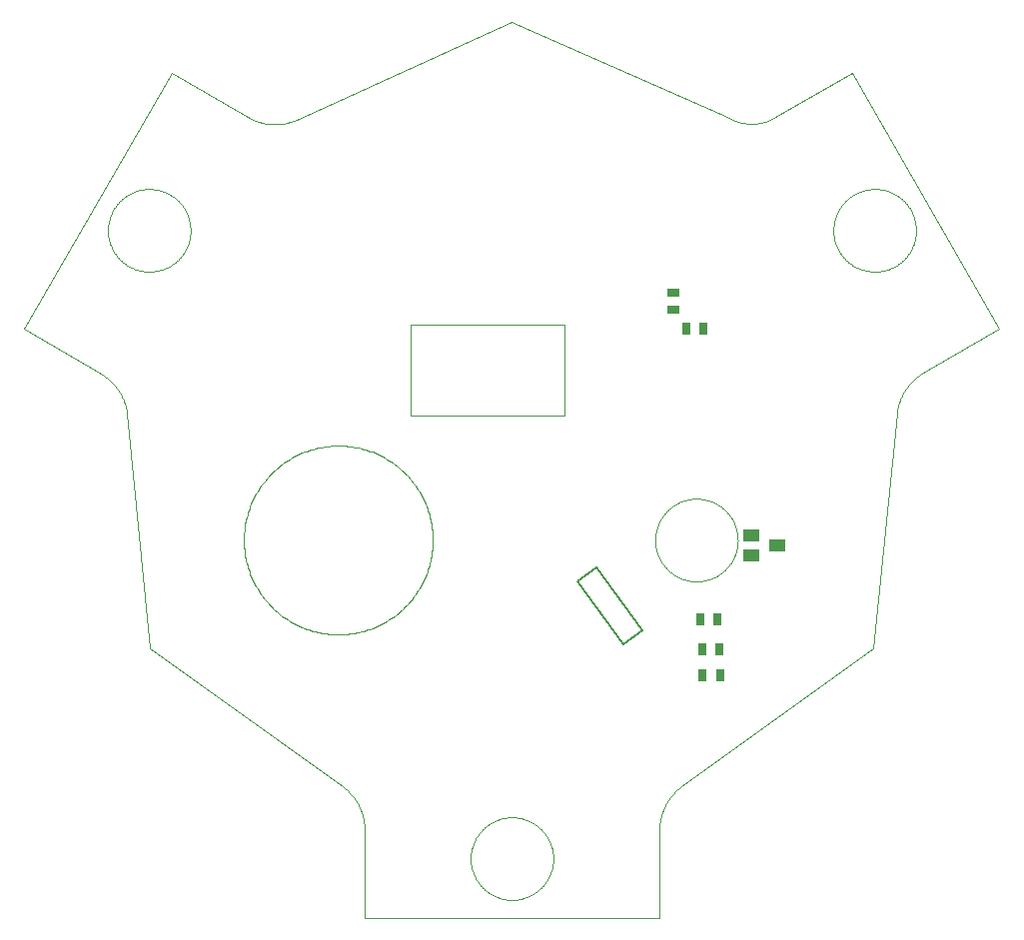
<source format=gbp>
G75*
%MOIN*%
%OFA0B0*%
%FSLAX25Y25*%
%IPPOS*%
%LPD*%
%AMOC8*
5,1,8,0,0,1.08239X$1,22.5*
%
%ADD10C,0.00000*%
%ADD11C,0.00000*%
%ADD12R,0.03937X0.03150*%
%ADD13R,0.03150X0.03937*%
%ADD14C,0.00500*%
%ADD15R,0.05512X0.03937*%
D10*
X0045299Y0091364D02*
X0109355Y0045419D01*
X0116756Y0031009D02*
X0116756Y0001600D01*
X0215181Y0001600D01*
X0215181Y0031009D01*
X0222583Y0045419D02*
X0286638Y0091364D01*
X0294394Y0169828D01*
X0303173Y0183450D02*
X0328646Y0198135D01*
X0279433Y0283411D01*
X0253961Y0268687D01*
X0253618Y0268494D01*
X0253271Y0268310D01*
X0252919Y0268134D01*
X0252563Y0267967D01*
X0252203Y0267809D01*
X0251840Y0267660D01*
X0251473Y0267519D01*
X0251102Y0267387D01*
X0250729Y0267265D01*
X0250352Y0267152D01*
X0249973Y0267047D01*
X0249592Y0266953D01*
X0249208Y0266867D01*
X0248822Y0266791D01*
X0248435Y0266724D01*
X0248046Y0266667D01*
X0247656Y0266619D01*
X0247264Y0266581D01*
X0246872Y0266552D01*
X0246480Y0266533D01*
X0246087Y0266523D01*
X0245693Y0266523D01*
X0245300Y0266533D01*
X0244908Y0266552D01*
X0244516Y0266581D01*
X0244124Y0266619D01*
X0243734Y0266667D01*
X0243345Y0266724D01*
X0242958Y0266791D01*
X0242572Y0266867D01*
X0242188Y0266953D01*
X0241807Y0267047D01*
X0241428Y0267152D01*
X0241051Y0267265D01*
X0240678Y0267387D01*
X0240307Y0267519D01*
X0239940Y0267660D01*
X0239577Y0267809D01*
X0239217Y0267967D01*
X0238861Y0268134D01*
X0238509Y0268310D01*
X0238162Y0268494D01*
X0237819Y0268687D01*
X0165969Y0300380D01*
X0094118Y0267899D01*
X0077977Y0268687D02*
X0052504Y0283411D01*
X0003292Y0198135D01*
X0028764Y0183175D01*
X0037543Y0169828D02*
X0045299Y0091364D01*
X0109354Y0045419D02*
X0109702Y0045163D01*
X0110043Y0044899D01*
X0110377Y0044627D01*
X0110705Y0044347D01*
X0111026Y0044058D01*
X0111340Y0043762D01*
X0111647Y0043459D01*
X0111946Y0043148D01*
X0112237Y0042830D01*
X0112521Y0042505D01*
X0112797Y0042174D01*
X0113064Y0041835D01*
X0113323Y0041491D01*
X0113574Y0041140D01*
X0113816Y0040783D01*
X0114050Y0040420D01*
X0114274Y0040052D01*
X0114490Y0039678D01*
X0114696Y0039299D01*
X0114893Y0038915D01*
X0115081Y0038527D01*
X0115259Y0038134D01*
X0115428Y0037737D01*
X0115586Y0037336D01*
X0115736Y0036932D01*
X0115875Y0036523D01*
X0116004Y0036112D01*
X0116123Y0035697D01*
X0116232Y0035280D01*
X0116331Y0034860D01*
X0116420Y0034438D01*
X0116498Y0034014D01*
X0116566Y0033588D01*
X0116624Y0033161D01*
X0116671Y0032732D01*
X0116708Y0032302D01*
X0116735Y0031872D01*
X0116751Y0031440D01*
X0116756Y0031009D01*
X0215181Y0031009D02*
X0215186Y0031440D01*
X0215202Y0031871D01*
X0215228Y0032302D01*
X0215265Y0032732D01*
X0215312Y0033161D01*
X0215370Y0033588D01*
X0215438Y0034014D01*
X0215516Y0034438D01*
X0215604Y0034860D01*
X0215703Y0035280D01*
X0215812Y0035698D01*
X0215931Y0036112D01*
X0216061Y0036524D01*
X0216200Y0036932D01*
X0216349Y0037337D01*
X0216508Y0037738D01*
X0216676Y0038135D01*
X0216855Y0038528D01*
X0217042Y0038916D01*
X0217239Y0039300D01*
X0217446Y0039679D01*
X0217661Y0040052D01*
X0217886Y0040421D01*
X0218119Y0040783D01*
X0218361Y0041140D01*
X0218612Y0041491D01*
X0218872Y0041836D01*
X0219139Y0042174D01*
X0219415Y0042506D01*
X0219699Y0042831D01*
X0219990Y0043149D01*
X0220289Y0043460D01*
X0220596Y0043763D01*
X0220910Y0044059D01*
X0221231Y0044347D01*
X0221559Y0044627D01*
X0221894Y0044899D01*
X0222235Y0045163D01*
X0222583Y0045418D01*
X0294394Y0169828D02*
X0294442Y0170257D01*
X0294500Y0170685D01*
X0294568Y0171111D01*
X0294647Y0171535D01*
X0294736Y0171957D01*
X0294835Y0172377D01*
X0294945Y0172795D01*
X0295064Y0173209D01*
X0295194Y0173621D01*
X0295334Y0174029D01*
X0295483Y0174434D01*
X0295642Y0174835D01*
X0295811Y0175232D01*
X0295990Y0175625D01*
X0296178Y0176013D01*
X0296376Y0176397D01*
X0296582Y0176776D01*
X0296798Y0177149D01*
X0297023Y0177517D01*
X0297257Y0177880D01*
X0297499Y0178237D01*
X0297750Y0178588D01*
X0298010Y0178933D01*
X0298278Y0179271D01*
X0298554Y0179603D01*
X0298838Y0179928D01*
X0299130Y0180245D01*
X0299429Y0180556D01*
X0299736Y0180859D01*
X0300050Y0181155D01*
X0300371Y0181443D01*
X0300700Y0181723D01*
X0301035Y0181996D01*
X0301376Y0182259D01*
X0301724Y0182515D01*
X0302078Y0182762D01*
X0302437Y0183000D01*
X0302803Y0183230D01*
X0303174Y0183450D01*
X0094118Y0267899D02*
X0093724Y0267726D01*
X0093326Y0267564D01*
X0092924Y0267410D01*
X0092518Y0267267D01*
X0092109Y0267134D01*
X0091697Y0267010D01*
X0091282Y0266897D01*
X0090864Y0266793D01*
X0090444Y0266700D01*
X0090022Y0266617D01*
X0089598Y0266545D01*
X0089172Y0266482D01*
X0088745Y0266430D01*
X0088317Y0266389D01*
X0087888Y0266357D01*
X0087458Y0266337D01*
X0087028Y0266326D01*
X0086597Y0266326D01*
X0086167Y0266337D01*
X0085737Y0266358D01*
X0085308Y0266389D01*
X0084880Y0266431D01*
X0084453Y0266483D01*
X0084027Y0266546D01*
X0083603Y0266619D01*
X0083181Y0266702D01*
X0082761Y0266795D01*
X0082344Y0266898D01*
X0081929Y0267012D01*
X0081516Y0267136D01*
X0081107Y0267269D01*
X0080702Y0267413D01*
X0080300Y0267566D01*
X0079902Y0267729D01*
X0079507Y0267902D01*
X0079118Y0268084D01*
X0078732Y0268275D01*
X0078352Y0268476D01*
X0077976Y0268686D01*
X0028764Y0183174D02*
X0029137Y0182949D01*
X0029504Y0182715D01*
X0029865Y0182473D01*
X0030221Y0182221D01*
X0030570Y0181961D01*
X0030913Y0181693D01*
X0031250Y0181417D01*
X0031580Y0181132D01*
X0031902Y0180840D01*
X0032218Y0180540D01*
X0032526Y0180233D01*
X0032827Y0179918D01*
X0033120Y0179596D01*
X0033406Y0179267D01*
X0033683Y0178931D01*
X0033952Y0178589D01*
X0034213Y0178240D01*
X0034465Y0177885D01*
X0034709Y0177524D01*
X0034944Y0177158D01*
X0035170Y0176785D01*
X0035387Y0176408D01*
X0035594Y0176025D01*
X0035793Y0175638D01*
X0035982Y0175245D01*
X0036162Y0174849D01*
X0036332Y0174448D01*
X0036492Y0174043D01*
X0036642Y0173634D01*
X0036783Y0173222D01*
X0036914Y0172807D01*
X0037034Y0172388D01*
X0037145Y0171967D01*
X0037245Y0171543D01*
X0037335Y0171117D01*
X0037415Y0170689D01*
X0037484Y0170259D01*
X0037543Y0169828D01*
D11*
X0031157Y0230931D02*
X0031161Y0231269D01*
X0031174Y0231607D01*
X0031194Y0231945D01*
X0031223Y0232282D01*
X0031261Y0232618D01*
X0031306Y0232953D01*
X0031360Y0233287D01*
X0031422Y0233619D01*
X0031492Y0233950D01*
X0031570Y0234279D01*
X0031656Y0234606D01*
X0031750Y0234931D01*
X0031853Y0235254D01*
X0031963Y0235573D01*
X0032080Y0235890D01*
X0032206Y0236204D01*
X0032339Y0236515D01*
X0032480Y0236823D01*
X0032628Y0237127D01*
X0032784Y0237427D01*
X0032947Y0237723D01*
X0033117Y0238015D01*
X0033295Y0238303D01*
X0033479Y0238587D01*
X0033671Y0238866D01*
X0033869Y0239140D01*
X0034074Y0239409D01*
X0034285Y0239673D01*
X0034503Y0239932D01*
X0034727Y0240185D01*
X0034957Y0240433D01*
X0035193Y0240675D01*
X0035435Y0240911D01*
X0035683Y0241141D01*
X0035936Y0241365D01*
X0036195Y0241583D01*
X0036459Y0241794D01*
X0036728Y0241999D01*
X0037002Y0242197D01*
X0037281Y0242389D01*
X0037565Y0242573D01*
X0037853Y0242751D01*
X0038145Y0242921D01*
X0038441Y0243084D01*
X0038741Y0243240D01*
X0039045Y0243388D01*
X0039353Y0243529D01*
X0039664Y0243662D01*
X0039978Y0243788D01*
X0040295Y0243905D01*
X0040614Y0244015D01*
X0040937Y0244118D01*
X0041262Y0244212D01*
X0041589Y0244298D01*
X0041918Y0244376D01*
X0042249Y0244446D01*
X0042581Y0244508D01*
X0042915Y0244562D01*
X0043250Y0244607D01*
X0043586Y0244645D01*
X0043923Y0244674D01*
X0044261Y0244694D01*
X0044599Y0244707D01*
X0044937Y0244711D01*
X0045275Y0244707D01*
X0045613Y0244694D01*
X0045951Y0244674D01*
X0046288Y0244645D01*
X0046624Y0244607D01*
X0046959Y0244562D01*
X0047293Y0244508D01*
X0047625Y0244446D01*
X0047956Y0244376D01*
X0048285Y0244298D01*
X0048612Y0244212D01*
X0048937Y0244118D01*
X0049260Y0244015D01*
X0049579Y0243905D01*
X0049896Y0243788D01*
X0050210Y0243662D01*
X0050521Y0243529D01*
X0050829Y0243388D01*
X0051133Y0243240D01*
X0051433Y0243084D01*
X0051729Y0242921D01*
X0052021Y0242751D01*
X0052309Y0242573D01*
X0052593Y0242389D01*
X0052872Y0242197D01*
X0053146Y0241999D01*
X0053415Y0241794D01*
X0053679Y0241583D01*
X0053938Y0241365D01*
X0054191Y0241141D01*
X0054439Y0240911D01*
X0054681Y0240675D01*
X0054917Y0240433D01*
X0055147Y0240185D01*
X0055371Y0239932D01*
X0055589Y0239673D01*
X0055800Y0239409D01*
X0056005Y0239140D01*
X0056203Y0238866D01*
X0056395Y0238587D01*
X0056579Y0238303D01*
X0056757Y0238015D01*
X0056927Y0237723D01*
X0057090Y0237427D01*
X0057246Y0237127D01*
X0057394Y0236823D01*
X0057535Y0236515D01*
X0057668Y0236204D01*
X0057794Y0235890D01*
X0057911Y0235573D01*
X0058021Y0235254D01*
X0058124Y0234931D01*
X0058218Y0234606D01*
X0058304Y0234279D01*
X0058382Y0233950D01*
X0058452Y0233619D01*
X0058514Y0233287D01*
X0058568Y0232953D01*
X0058613Y0232618D01*
X0058651Y0232282D01*
X0058680Y0231945D01*
X0058700Y0231607D01*
X0058713Y0231269D01*
X0058717Y0230931D01*
X0058713Y0230593D01*
X0058700Y0230255D01*
X0058680Y0229917D01*
X0058651Y0229580D01*
X0058613Y0229244D01*
X0058568Y0228909D01*
X0058514Y0228575D01*
X0058452Y0228243D01*
X0058382Y0227912D01*
X0058304Y0227583D01*
X0058218Y0227256D01*
X0058124Y0226931D01*
X0058021Y0226608D01*
X0057911Y0226289D01*
X0057794Y0225972D01*
X0057668Y0225658D01*
X0057535Y0225347D01*
X0057394Y0225039D01*
X0057246Y0224735D01*
X0057090Y0224435D01*
X0056927Y0224139D01*
X0056757Y0223847D01*
X0056579Y0223559D01*
X0056395Y0223275D01*
X0056203Y0222996D01*
X0056005Y0222722D01*
X0055800Y0222453D01*
X0055589Y0222189D01*
X0055371Y0221930D01*
X0055147Y0221677D01*
X0054917Y0221429D01*
X0054681Y0221187D01*
X0054439Y0220951D01*
X0054191Y0220721D01*
X0053938Y0220497D01*
X0053679Y0220279D01*
X0053415Y0220068D01*
X0053146Y0219863D01*
X0052872Y0219665D01*
X0052593Y0219473D01*
X0052309Y0219289D01*
X0052021Y0219111D01*
X0051729Y0218941D01*
X0051433Y0218778D01*
X0051133Y0218622D01*
X0050829Y0218474D01*
X0050521Y0218333D01*
X0050210Y0218200D01*
X0049896Y0218074D01*
X0049579Y0217957D01*
X0049260Y0217847D01*
X0048937Y0217744D01*
X0048612Y0217650D01*
X0048285Y0217564D01*
X0047956Y0217486D01*
X0047625Y0217416D01*
X0047293Y0217354D01*
X0046959Y0217300D01*
X0046624Y0217255D01*
X0046288Y0217217D01*
X0045951Y0217188D01*
X0045613Y0217168D01*
X0045275Y0217155D01*
X0044937Y0217151D01*
X0044599Y0217155D01*
X0044261Y0217168D01*
X0043923Y0217188D01*
X0043586Y0217217D01*
X0043250Y0217255D01*
X0042915Y0217300D01*
X0042581Y0217354D01*
X0042249Y0217416D01*
X0041918Y0217486D01*
X0041589Y0217564D01*
X0041262Y0217650D01*
X0040937Y0217744D01*
X0040614Y0217847D01*
X0040295Y0217957D01*
X0039978Y0218074D01*
X0039664Y0218200D01*
X0039353Y0218333D01*
X0039045Y0218474D01*
X0038741Y0218622D01*
X0038441Y0218778D01*
X0038145Y0218941D01*
X0037853Y0219111D01*
X0037565Y0219289D01*
X0037281Y0219473D01*
X0037002Y0219665D01*
X0036728Y0219863D01*
X0036459Y0220068D01*
X0036195Y0220279D01*
X0035936Y0220497D01*
X0035683Y0220721D01*
X0035435Y0220951D01*
X0035193Y0221187D01*
X0034957Y0221429D01*
X0034727Y0221677D01*
X0034503Y0221930D01*
X0034285Y0222189D01*
X0034074Y0222453D01*
X0033869Y0222722D01*
X0033671Y0222996D01*
X0033479Y0223275D01*
X0033295Y0223559D01*
X0033117Y0223847D01*
X0032947Y0224139D01*
X0032784Y0224435D01*
X0032628Y0224735D01*
X0032480Y0225039D01*
X0032339Y0225347D01*
X0032206Y0225658D01*
X0032080Y0225972D01*
X0031963Y0226289D01*
X0031853Y0226608D01*
X0031750Y0226931D01*
X0031656Y0227256D01*
X0031570Y0227583D01*
X0031492Y0227912D01*
X0031422Y0228243D01*
X0031360Y0228575D01*
X0031306Y0228909D01*
X0031261Y0229244D01*
X0031223Y0229580D01*
X0031194Y0229917D01*
X0031174Y0230255D01*
X0031161Y0230593D01*
X0031157Y0230931D01*
X0132189Y0199395D02*
X0132189Y0169238D01*
X0183370Y0169238D01*
X0183370Y0199395D01*
X0132189Y0199395D01*
X0076520Y0127584D02*
X0076529Y0128357D01*
X0076558Y0129129D01*
X0076605Y0129901D01*
X0076672Y0130671D01*
X0076757Y0131439D01*
X0076861Y0132205D01*
X0076984Y0132969D01*
X0077125Y0133729D01*
X0077285Y0134485D01*
X0077464Y0135237D01*
X0077661Y0135984D01*
X0077876Y0136727D01*
X0078110Y0137464D01*
X0078361Y0138195D01*
X0078630Y0138919D01*
X0078917Y0139637D01*
X0079222Y0140347D01*
X0079544Y0141050D01*
X0079883Y0141745D01*
X0080239Y0142431D01*
X0080612Y0143108D01*
X0081001Y0143776D01*
X0081406Y0144434D01*
X0081828Y0145082D01*
X0082265Y0145720D01*
X0082718Y0146346D01*
X0083186Y0146961D01*
X0083669Y0147565D01*
X0084167Y0148156D01*
X0084679Y0148735D01*
X0085205Y0149302D01*
X0085745Y0149855D01*
X0086298Y0150395D01*
X0086865Y0150921D01*
X0087444Y0151433D01*
X0088035Y0151931D01*
X0088639Y0152414D01*
X0089254Y0152882D01*
X0089880Y0153335D01*
X0090518Y0153772D01*
X0091166Y0154194D01*
X0091824Y0154599D01*
X0092492Y0154988D01*
X0093169Y0155361D01*
X0093855Y0155717D01*
X0094550Y0156056D01*
X0095253Y0156378D01*
X0095963Y0156683D01*
X0096681Y0156970D01*
X0097405Y0157239D01*
X0098136Y0157490D01*
X0098873Y0157724D01*
X0099616Y0157939D01*
X0100363Y0158136D01*
X0101115Y0158315D01*
X0101871Y0158475D01*
X0102631Y0158616D01*
X0103395Y0158739D01*
X0104161Y0158843D01*
X0104929Y0158928D01*
X0105699Y0158995D01*
X0106471Y0159042D01*
X0107243Y0159071D01*
X0108016Y0159080D01*
X0108789Y0159071D01*
X0109561Y0159042D01*
X0110333Y0158995D01*
X0111103Y0158928D01*
X0111871Y0158843D01*
X0112637Y0158739D01*
X0113401Y0158616D01*
X0114161Y0158475D01*
X0114917Y0158315D01*
X0115669Y0158136D01*
X0116416Y0157939D01*
X0117159Y0157724D01*
X0117896Y0157490D01*
X0118627Y0157239D01*
X0119351Y0156970D01*
X0120069Y0156683D01*
X0120779Y0156378D01*
X0121482Y0156056D01*
X0122177Y0155717D01*
X0122863Y0155361D01*
X0123540Y0154988D01*
X0124208Y0154599D01*
X0124866Y0154194D01*
X0125514Y0153772D01*
X0126152Y0153335D01*
X0126778Y0152882D01*
X0127393Y0152414D01*
X0127997Y0151931D01*
X0128588Y0151433D01*
X0129167Y0150921D01*
X0129734Y0150395D01*
X0130287Y0149855D01*
X0130827Y0149302D01*
X0131353Y0148735D01*
X0131865Y0148156D01*
X0132363Y0147565D01*
X0132846Y0146961D01*
X0133314Y0146346D01*
X0133767Y0145720D01*
X0134204Y0145082D01*
X0134626Y0144434D01*
X0135031Y0143776D01*
X0135420Y0143108D01*
X0135793Y0142431D01*
X0136149Y0141745D01*
X0136488Y0141050D01*
X0136810Y0140347D01*
X0137115Y0139637D01*
X0137402Y0138919D01*
X0137671Y0138195D01*
X0137922Y0137464D01*
X0138156Y0136727D01*
X0138371Y0135984D01*
X0138568Y0135237D01*
X0138747Y0134485D01*
X0138907Y0133729D01*
X0139048Y0132969D01*
X0139171Y0132205D01*
X0139275Y0131439D01*
X0139360Y0130671D01*
X0139427Y0129901D01*
X0139474Y0129129D01*
X0139503Y0128357D01*
X0139512Y0127584D01*
X0139503Y0126811D01*
X0139474Y0126039D01*
X0139427Y0125267D01*
X0139360Y0124497D01*
X0139275Y0123729D01*
X0139171Y0122963D01*
X0139048Y0122199D01*
X0138907Y0121439D01*
X0138747Y0120683D01*
X0138568Y0119931D01*
X0138371Y0119184D01*
X0138156Y0118441D01*
X0137922Y0117704D01*
X0137671Y0116973D01*
X0137402Y0116249D01*
X0137115Y0115531D01*
X0136810Y0114821D01*
X0136488Y0114118D01*
X0136149Y0113423D01*
X0135793Y0112737D01*
X0135420Y0112060D01*
X0135031Y0111392D01*
X0134626Y0110734D01*
X0134204Y0110086D01*
X0133767Y0109448D01*
X0133314Y0108822D01*
X0132846Y0108207D01*
X0132363Y0107603D01*
X0131865Y0107012D01*
X0131353Y0106433D01*
X0130827Y0105866D01*
X0130287Y0105313D01*
X0129734Y0104773D01*
X0129167Y0104247D01*
X0128588Y0103735D01*
X0127997Y0103237D01*
X0127393Y0102754D01*
X0126778Y0102286D01*
X0126152Y0101833D01*
X0125514Y0101396D01*
X0124866Y0100974D01*
X0124208Y0100569D01*
X0123540Y0100180D01*
X0122863Y0099807D01*
X0122177Y0099451D01*
X0121482Y0099112D01*
X0120779Y0098790D01*
X0120069Y0098485D01*
X0119351Y0098198D01*
X0118627Y0097929D01*
X0117896Y0097678D01*
X0117159Y0097444D01*
X0116416Y0097229D01*
X0115669Y0097032D01*
X0114917Y0096853D01*
X0114161Y0096693D01*
X0113401Y0096552D01*
X0112637Y0096429D01*
X0111871Y0096325D01*
X0111103Y0096240D01*
X0110333Y0096173D01*
X0109561Y0096126D01*
X0108789Y0096097D01*
X0108016Y0096088D01*
X0107243Y0096097D01*
X0106471Y0096126D01*
X0105699Y0096173D01*
X0104929Y0096240D01*
X0104161Y0096325D01*
X0103395Y0096429D01*
X0102631Y0096552D01*
X0101871Y0096693D01*
X0101115Y0096853D01*
X0100363Y0097032D01*
X0099616Y0097229D01*
X0098873Y0097444D01*
X0098136Y0097678D01*
X0097405Y0097929D01*
X0096681Y0098198D01*
X0095963Y0098485D01*
X0095253Y0098790D01*
X0094550Y0099112D01*
X0093855Y0099451D01*
X0093169Y0099807D01*
X0092492Y0100180D01*
X0091824Y0100569D01*
X0091166Y0100974D01*
X0090518Y0101396D01*
X0089880Y0101833D01*
X0089254Y0102286D01*
X0088639Y0102754D01*
X0088035Y0103237D01*
X0087444Y0103735D01*
X0086865Y0104247D01*
X0086298Y0104773D01*
X0085745Y0105313D01*
X0085205Y0105866D01*
X0084679Y0106433D01*
X0084167Y0107012D01*
X0083669Y0107603D01*
X0083186Y0108207D01*
X0082718Y0108822D01*
X0082265Y0109448D01*
X0081828Y0110086D01*
X0081406Y0110734D01*
X0081001Y0111392D01*
X0080612Y0112060D01*
X0080239Y0112737D01*
X0079883Y0113423D01*
X0079544Y0114118D01*
X0079222Y0114821D01*
X0078917Y0115531D01*
X0078630Y0116249D01*
X0078361Y0116973D01*
X0078110Y0117704D01*
X0077876Y0118441D01*
X0077661Y0119184D01*
X0077464Y0119931D01*
X0077285Y0120683D01*
X0077125Y0121439D01*
X0076984Y0122199D01*
X0076861Y0122963D01*
X0076757Y0123729D01*
X0076672Y0124497D01*
X0076605Y0125267D01*
X0076558Y0126039D01*
X0076529Y0126811D01*
X0076520Y0127584D01*
X0152197Y0021285D02*
X0152201Y0021623D01*
X0152214Y0021961D01*
X0152234Y0022299D01*
X0152263Y0022636D01*
X0152301Y0022972D01*
X0152346Y0023307D01*
X0152400Y0023641D01*
X0152462Y0023973D01*
X0152532Y0024304D01*
X0152610Y0024633D01*
X0152696Y0024960D01*
X0152790Y0025285D01*
X0152893Y0025608D01*
X0153003Y0025927D01*
X0153120Y0026244D01*
X0153246Y0026558D01*
X0153379Y0026869D01*
X0153520Y0027177D01*
X0153668Y0027481D01*
X0153824Y0027781D01*
X0153987Y0028077D01*
X0154157Y0028369D01*
X0154335Y0028657D01*
X0154519Y0028941D01*
X0154711Y0029220D01*
X0154909Y0029494D01*
X0155114Y0029763D01*
X0155325Y0030027D01*
X0155543Y0030286D01*
X0155767Y0030539D01*
X0155997Y0030787D01*
X0156233Y0031029D01*
X0156475Y0031265D01*
X0156723Y0031495D01*
X0156976Y0031719D01*
X0157235Y0031937D01*
X0157499Y0032148D01*
X0157768Y0032353D01*
X0158042Y0032551D01*
X0158321Y0032743D01*
X0158605Y0032927D01*
X0158893Y0033105D01*
X0159185Y0033275D01*
X0159481Y0033438D01*
X0159781Y0033594D01*
X0160085Y0033742D01*
X0160393Y0033883D01*
X0160704Y0034016D01*
X0161018Y0034142D01*
X0161335Y0034259D01*
X0161654Y0034369D01*
X0161977Y0034472D01*
X0162302Y0034566D01*
X0162629Y0034652D01*
X0162958Y0034730D01*
X0163289Y0034800D01*
X0163621Y0034862D01*
X0163955Y0034916D01*
X0164290Y0034961D01*
X0164626Y0034999D01*
X0164963Y0035028D01*
X0165301Y0035048D01*
X0165639Y0035061D01*
X0165977Y0035065D01*
X0166315Y0035061D01*
X0166653Y0035048D01*
X0166991Y0035028D01*
X0167328Y0034999D01*
X0167664Y0034961D01*
X0167999Y0034916D01*
X0168333Y0034862D01*
X0168665Y0034800D01*
X0168996Y0034730D01*
X0169325Y0034652D01*
X0169652Y0034566D01*
X0169977Y0034472D01*
X0170300Y0034369D01*
X0170619Y0034259D01*
X0170936Y0034142D01*
X0171250Y0034016D01*
X0171561Y0033883D01*
X0171869Y0033742D01*
X0172173Y0033594D01*
X0172473Y0033438D01*
X0172769Y0033275D01*
X0173061Y0033105D01*
X0173349Y0032927D01*
X0173633Y0032743D01*
X0173912Y0032551D01*
X0174186Y0032353D01*
X0174455Y0032148D01*
X0174719Y0031937D01*
X0174978Y0031719D01*
X0175231Y0031495D01*
X0175479Y0031265D01*
X0175721Y0031029D01*
X0175957Y0030787D01*
X0176187Y0030539D01*
X0176411Y0030286D01*
X0176629Y0030027D01*
X0176840Y0029763D01*
X0177045Y0029494D01*
X0177243Y0029220D01*
X0177435Y0028941D01*
X0177619Y0028657D01*
X0177797Y0028369D01*
X0177967Y0028077D01*
X0178130Y0027781D01*
X0178286Y0027481D01*
X0178434Y0027177D01*
X0178575Y0026869D01*
X0178708Y0026558D01*
X0178834Y0026244D01*
X0178951Y0025927D01*
X0179061Y0025608D01*
X0179164Y0025285D01*
X0179258Y0024960D01*
X0179344Y0024633D01*
X0179422Y0024304D01*
X0179492Y0023973D01*
X0179554Y0023641D01*
X0179608Y0023307D01*
X0179653Y0022972D01*
X0179691Y0022636D01*
X0179720Y0022299D01*
X0179740Y0021961D01*
X0179753Y0021623D01*
X0179757Y0021285D01*
X0179753Y0020947D01*
X0179740Y0020609D01*
X0179720Y0020271D01*
X0179691Y0019934D01*
X0179653Y0019598D01*
X0179608Y0019263D01*
X0179554Y0018929D01*
X0179492Y0018597D01*
X0179422Y0018266D01*
X0179344Y0017937D01*
X0179258Y0017610D01*
X0179164Y0017285D01*
X0179061Y0016962D01*
X0178951Y0016643D01*
X0178834Y0016326D01*
X0178708Y0016012D01*
X0178575Y0015701D01*
X0178434Y0015393D01*
X0178286Y0015089D01*
X0178130Y0014789D01*
X0177967Y0014493D01*
X0177797Y0014201D01*
X0177619Y0013913D01*
X0177435Y0013629D01*
X0177243Y0013350D01*
X0177045Y0013076D01*
X0176840Y0012807D01*
X0176629Y0012543D01*
X0176411Y0012284D01*
X0176187Y0012031D01*
X0175957Y0011783D01*
X0175721Y0011541D01*
X0175479Y0011305D01*
X0175231Y0011075D01*
X0174978Y0010851D01*
X0174719Y0010633D01*
X0174455Y0010422D01*
X0174186Y0010217D01*
X0173912Y0010019D01*
X0173633Y0009827D01*
X0173349Y0009643D01*
X0173061Y0009465D01*
X0172769Y0009295D01*
X0172473Y0009132D01*
X0172173Y0008976D01*
X0171869Y0008828D01*
X0171561Y0008687D01*
X0171250Y0008554D01*
X0170936Y0008428D01*
X0170619Y0008311D01*
X0170300Y0008201D01*
X0169977Y0008098D01*
X0169652Y0008004D01*
X0169325Y0007918D01*
X0168996Y0007840D01*
X0168665Y0007770D01*
X0168333Y0007708D01*
X0167999Y0007654D01*
X0167664Y0007609D01*
X0167328Y0007571D01*
X0166991Y0007542D01*
X0166653Y0007522D01*
X0166315Y0007509D01*
X0165977Y0007505D01*
X0165639Y0007509D01*
X0165301Y0007522D01*
X0164963Y0007542D01*
X0164626Y0007571D01*
X0164290Y0007609D01*
X0163955Y0007654D01*
X0163621Y0007708D01*
X0163289Y0007770D01*
X0162958Y0007840D01*
X0162629Y0007918D01*
X0162302Y0008004D01*
X0161977Y0008098D01*
X0161654Y0008201D01*
X0161335Y0008311D01*
X0161018Y0008428D01*
X0160704Y0008554D01*
X0160393Y0008687D01*
X0160085Y0008828D01*
X0159781Y0008976D01*
X0159481Y0009132D01*
X0159185Y0009295D01*
X0158893Y0009465D01*
X0158605Y0009643D01*
X0158321Y0009827D01*
X0158042Y0010019D01*
X0157768Y0010217D01*
X0157499Y0010422D01*
X0157235Y0010633D01*
X0156976Y0010851D01*
X0156723Y0011075D01*
X0156475Y0011305D01*
X0156233Y0011541D01*
X0155997Y0011783D01*
X0155767Y0012031D01*
X0155543Y0012284D01*
X0155325Y0012543D01*
X0155114Y0012807D01*
X0154909Y0013076D01*
X0154711Y0013350D01*
X0154519Y0013629D01*
X0154335Y0013913D01*
X0154157Y0014201D01*
X0153987Y0014493D01*
X0153824Y0014789D01*
X0153668Y0015089D01*
X0153520Y0015393D01*
X0153379Y0015701D01*
X0153246Y0016012D01*
X0153120Y0016326D01*
X0153003Y0016643D01*
X0152893Y0016962D01*
X0152790Y0017285D01*
X0152696Y0017610D01*
X0152610Y0017937D01*
X0152532Y0018266D01*
X0152462Y0018597D01*
X0152400Y0018929D01*
X0152346Y0019263D01*
X0152301Y0019598D01*
X0152263Y0019934D01*
X0152234Y0020271D01*
X0152214Y0020609D01*
X0152201Y0020947D01*
X0152197Y0021285D01*
X0213763Y0127584D02*
X0213767Y0127922D01*
X0213780Y0128260D01*
X0213800Y0128598D01*
X0213829Y0128935D01*
X0213867Y0129271D01*
X0213912Y0129606D01*
X0213966Y0129940D01*
X0214028Y0130272D01*
X0214098Y0130603D01*
X0214176Y0130932D01*
X0214262Y0131259D01*
X0214356Y0131584D01*
X0214459Y0131907D01*
X0214569Y0132226D01*
X0214686Y0132543D01*
X0214812Y0132857D01*
X0214945Y0133168D01*
X0215086Y0133476D01*
X0215234Y0133780D01*
X0215390Y0134080D01*
X0215553Y0134376D01*
X0215723Y0134668D01*
X0215901Y0134956D01*
X0216085Y0135240D01*
X0216277Y0135519D01*
X0216475Y0135793D01*
X0216680Y0136062D01*
X0216891Y0136326D01*
X0217109Y0136585D01*
X0217333Y0136838D01*
X0217563Y0137086D01*
X0217799Y0137328D01*
X0218041Y0137564D01*
X0218289Y0137794D01*
X0218542Y0138018D01*
X0218801Y0138236D01*
X0219065Y0138447D01*
X0219334Y0138652D01*
X0219608Y0138850D01*
X0219887Y0139042D01*
X0220171Y0139226D01*
X0220459Y0139404D01*
X0220751Y0139574D01*
X0221047Y0139737D01*
X0221347Y0139893D01*
X0221651Y0140041D01*
X0221959Y0140182D01*
X0222270Y0140315D01*
X0222584Y0140441D01*
X0222901Y0140558D01*
X0223220Y0140668D01*
X0223543Y0140771D01*
X0223868Y0140865D01*
X0224195Y0140951D01*
X0224524Y0141029D01*
X0224855Y0141099D01*
X0225187Y0141161D01*
X0225521Y0141215D01*
X0225856Y0141260D01*
X0226192Y0141298D01*
X0226529Y0141327D01*
X0226867Y0141347D01*
X0227205Y0141360D01*
X0227543Y0141364D01*
X0227881Y0141360D01*
X0228219Y0141347D01*
X0228557Y0141327D01*
X0228894Y0141298D01*
X0229230Y0141260D01*
X0229565Y0141215D01*
X0229899Y0141161D01*
X0230231Y0141099D01*
X0230562Y0141029D01*
X0230891Y0140951D01*
X0231218Y0140865D01*
X0231543Y0140771D01*
X0231866Y0140668D01*
X0232185Y0140558D01*
X0232502Y0140441D01*
X0232816Y0140315D01*
X0233127Y0140182D01*
X0233435Y0140041D01*
X0233739Y0139893D01*
X0234039Y0139737D01*
X0234335Y0139574D01*
X0234627Y0139404D01*
X0234915Y0139226D01*
X0235199Y0139042D01*
X0235478Y0138850D01*
X0235752Y0138652D01*
X0236021Y0138447D01*
X0236285Y0138236D01*
X0236544Y0138018D01*
X0236797Y0137794D01*
X0237045Y0137564D01*
X0237287Y0137328D01*
X0237523Y0137086D01*
X0237753Y0136838D01*
X0237977Y0136585D01*
X0238195Y0136326D01*
X0238406Y0136062D01*
X0238611Y0135793D01*
X0238809Y0135519D01*
X0239001Y0135240D01*
X0239185Y0134956D01*
X0239363Y0134668D01*
X0239533Y0134376D01*
X0239696Y0134080D01*
X0239852Y0133780D01*
X0240000Y0133476D01*
X0240141Y0133168D01*
X0240274Y0132857D01*
X0240400Y0132543D01*
X0240517Y0132226D01*
X0240627Y0131907D01*
X0240730Y0131584D01*
X0240824Y0131259D01*
X0240910Y0130932D01*
X0240988Y0130603D01*
X0241058Y0130272D01*
X0241120Y0129940D01*
X0241174Y0129606D01*
X0241219Y0129271D01*
X0241257Y0128935D01*
X0241286Y0128598D01*
X0241306Y0128260D01*
X0241319Y0127922D01*
X0241323Y0127584D01*
X0241319Y0127246D01*
X0241306Y0126908D01*
X0241286Y0126570D01*
X0241257Y0126233D01*
X0241219Y0125897D01*
X0241174Y0125562D01*
X0241120Y0125228D01*
X0241058Y0124896D01*
X0240988Y0124565D01*
X0240910Y0124236D01*
X0240824Y0123909D01*
X0240730Y0123584D01*
X0240627Y0123261D01*
X0240517Y0122942D01*
X0240400Y0122625D01*
X0240274Y0122311D01*
X0240141Y0122000D01*
X0240000Y0121692D01*
X0239852Y0121388D01*
X0239696Y0121088D01*
X0239533Y0120792D01*
X0239363Y0120500D01*
X0239185Y0120212D01*
X0239001Y0119928D01*
X0238809Y0119649D01*
X0238611Y0119375D01*
X0238406Y0119106D01*
X0238195Y0118842D01*
X0237977Y0118583D01*
X0237753Y0118330D01*
X0237523Y0118082D01*
X0237287Y0117840D01*
X0237045Y0117604D01*
X0236797Y0117374D01*
X0236544Y0117150D01*
X0236285Y0116932D01*
X0236021Y0116721D01*
X0235752Y0116516D01*
X0235478Y0116318D01*
X0235199Y0116126D01*
X0234915Y0115942D01*
X0234627Y0115764D01*
X0234335Y0115594D01*
X0234039Y0115431D01*
X0233739Y0115275D01*
X0233435Y0115127D01*
X0233127Y0114986D01*
X0232816Y0114853D01*
X0232502Y0114727D01*
X0232185Y0114610D01*
X0231866Y0114500D01*
X0231543Y0114397D01*
X0231218Y0114303D01*
X0230891Y0114217D01*
X0230562Y0114139D01*
X0230231Y0114069D01*
X0229899Y0114007D01*
X0229565Y0113953D01*
X0229230Y0113908D01*
X0228894Y0113870D01*
X0228557Y0113841D01*
X0228219Y0113821D01*
X0227881Y0113808D01*
X0227543Y0113804D01*
X0227205Y0113808D01*
X0226867Y0113821D01*
X0226529Y0113841D01*
X0226192Y0113870D01*
X0225856Y0113908D01*
X0225521Y0113953D01*
X0225187Y0114007D01*
X0224855Y0114069D01*
X0224524Y0114139D01*
X0224195Y0114217D01*
X0223868Y0114303D01*
X0223543Y0114397D01*
X0223220Y0114500D01*
X0222901Y0114610D01*
X0222584Y0114727D01*
X0222270Y0114853D01*
X0221959Y0114986D01*
X0221651Y0115127D01*
X0221347Y0115275D01*
X0221047Y0115431D01*
X0220751Y0115594D01*
X0220459Y0115764D01*
X0220171Y0115942D01*
X0219887Y0116126D01*
X0219608Y0116318D01*
X0219334Y0116516D01*
X0219065Y0116721D01*
X0218801Y0116932D01*
X0218542Y0117150D01*
X0218289Y0117374D01*
X0218041Y0117604D01*
X0217799Y0117840D01*
X0217563Y0118082D01*
X0217333Y0118330D01*
X0217109Y0118583D01*
X0216891Y0118842D01*
X0216680Y0119106D01*
X0216475Y0119375D01*
X0216277Y0119649D01*
X0216085Y0119928D01*
X0215901Y0120212D01*
X0215723Y0120500D01*
X0215553Y0120792D01*
X0215390Y0121088D01*
X0215234Y0121388D01*
X0215086Y0121692D01*
X0214945Y0122000D01*
X0214812Y0122311D01*
X0214686Y0122625D01*
X0214569Y0122942D01*
X0214459Y0123261D01*
X0214356Y0123584D01*
X0214262Y0123909D01*
X0214176Y0124236D01*
X0214098Y0124565D01*
X0214028Y0124896D01*
X0213966Y0125228D01*
X0213912Y0125562D01*
X0213867Y0125897D01*
X0213829Y0126233D01*
X0213800Y0126570D01*
X0213780Y0126908D01*
X0213767Y0127246D01*
X0213763Y0127584D01*
X0273236Y0230931D02*
X0273240Y0231269D01*
X0273253Y0231607D01*
X0273273Y0231945D01*
X0273302Y0232282D01*
X0273340Y0232618D01*
X0273385Y0232953D01*
X0273439Y0233287D01*
X0273501Y0233619D01*
X0273571Y0233950D01*
X0273649Y0234279D01*
X0273735Y0234606D01*
X0273829Y0234931D01*
X0273932Y0235254D01*
X0274042Y0235573D01*
X0274159Y0235890D01*
X0274285Y0236204D01*
X0274418Y0236515D01*
X0274559Y0236823D01*
X0274707Y0237127D01*
X0274863Y0237427D01*
X0275026Y0237723D01*
X0275196Y0238015D01*
X0275374Y0238303D01*
X0275558Y0238587D01*
X0275750Y0238866D01*
X0275948Y0239140D01*
X0276153Y0239409D01*
X0276364Y0239673D01*
X0276582Y0239932D01*
X0276806Y0240185D01*
X0277036Y0240433D01*
X0277272Y0240675D01*
X0277514Y0240911D01*
X0277762Y0241141D01*
X0278015Y0241365D01*
X0278274Y0241583D01*
X0278538Y0241794D01*
X0278807Y0241999D01*
X0279081Y0242197D01*
X0279360Y0242389D01*
X0279644Y0242573D01*
X0279932Y0242751D01*
X0280224Y0242921D01*
X0280520Y0243084D01*
X0280820Y0243240D01*
X0281124Y0243388D01*
X0281432Y0243529D01*
X0281743Y0243662D01*
X0282057Y0243788D01*
X0282374Y0243905D01*
X0282693Y0244015D01*
X0283016Y0244118D01*
X0283341Y0244212D01*
X0283668Y0244298D01*
X0283997Y0244376D01*
X0284328Y0244446D01*
X0284660Y0244508D01*
X0284994Y0244562D01*
X0285329Y0244607D01*
X0285665Y0244645D01*
X0286002Y0244674D01*
X0286340Y0244694D01*
X0286678Y0244707D01*
X0287016Y0244711D01*
X0287354Y0244707D01*
X0287692Y0244694D01*
X0288030Y0244674D01*
X0288367Y0244645D01*
X0288703Y0244607D01*
X0289038Y0244562D01*
X0289372Y0244508D01*
X0289704Y0244446D01*
X0290035Y0244376D01*
X0290364Y0244298D01*
X0290691Y0244212D01*
X0291016Y0244118D01*
X0291339Y0244015D01*
X0291658Y0243905D01*
X0291975Y0243788D01*
X0292289Y0243662D01*
X0292600Y0243529D01*
X0292908Y0243388D01*
X0293212Y0243240D01*
X0293512Y0243084D01*
X0293808Y0242921D01*
X0294100Y0242751D01*
X0294388Y0242573D01*
X0294672Y0242389D01*
X0294951Y0242197D01*
X0295225Y0241999D01*
X0295494Y0241794D01*
X0295758Y0241583D01*
X0296017Y0241365D01*
X0296270Y0241141D01*
X0296518Y0240911D01*
X0296760Y0240675D01*
X0296996Y0240433D01*
X0297226Y0240185D01*
X0297450Y0239932D01*
X0297668Y0239673D01*
X0297879Y0239409D01*
X0298084Y0239140D01*
X0298282Y0238866D01*
X0298474Y0238587D01*
X0298658Y0238303D01*
X0298836Y0238015D01*
X0299006Y0237723D01*
X0299169Y0237427D01*
X0299325Y0237127D01*
X0299473Y0236823D01*
X0299614Y0236515D01*
X0299747Y0236204D01*
X0299873Y0235890D01*
X0299990Y0235573D01*
X0300100Y0235254D01*
X0300203Y0234931D01*
X0300297Y0234606D01*
X0300383Y0234279D01*
X0300461Y0233950D01*
X0300531Y0233619D01*
X0300593Y0233287D01*
X0300647Y0232953D01*
X0300692Y0232618D01*
X0300730Y0232282D01*
X0300759Y0231945D01*
X0300779Y0231607D01*
X0300792Y0231269D01*
X0300796Y0230931D01*
X0300792Y0230593D01*
X0300779Y0230255D01*
X0300759Y0229917D01*
X0300730Y0229580D01*
X0300692Y0229244D01*
X0300647Y0228909D01*
X0300593Y0228575D01*
X0300531Y0228243D01*
X0300461Y0227912D01*
X0300383Y0227583D01*
X0300297Y0227256D01*
X0300203Y0226931D01*
X0300100Y0226608D01*
X0299990Y0226289D01*
X0299873Y0225972D01*
X0299747Y0225658D01*
X0299614Y0225347D01*
X0299473Y0225039D01*
X0299325Y0224735D01*
X0299169Y0224435D01*
X0299006Y0224139D01*
X0298836Y0223847D01*
X0298658Y0223559D01*
X0298474Y0223275D01*
X0298282Y0222996D01*
X0298084Y0222722D01*
X0297879Y0222453D01*
X0297668Y0222189D01*
X0297450Y0221930D01*
X0297226Y0221677D01*
X0296996Y0221429D01*
X0296760Y0221187D01*
X0296518Y0220951D01*
X0296270Y0220721D01*
X0296017Y0220497D01*
X0295758Y0220279D01*
X0295494Y0220068D01*
X0295225Y0219863D01*
X0294951Y0219665D01*
X0294672Y0219473D01*
X0294388Y0219289D01*
X0294100Y0219111D01*
X0293808Y0218941D01*
X0293512Y0218778D01*
X0293212Y0218622D01*
X0292908Y0218474D01*
X0292600Y0218333D01*
X0292289Y0218200D01*
X0291975Y0218074D01*
X0291658Y0217957D01*
X0291339Y0217847D01*
X0291016Y0217744D01*
X0290691Y0217650D01*
X0290364Y0217564D01*
X0290035Y0217486D01*
X0289704Y0217416D01*
X0289372Y0217354D01*
X0289038Y0217300D01*
X0288703Y0217255D01*
X0288367Y0217217D01*
X0288030Y0217188D01*
X0287692Y0217168D01*
X0287354Y0217155D01*
X0287016Y0217151D01*
X0286678Y0217155D01*
X0286340Y0217168D01*
X0286002Y0217188D01*
X0285665Y0217217D01*
X0285329Y0217255D01*
X0284994Y0217300D01*
X0284660Y0217354D01*
X0284328Y0217416D01*
X0283997Y0217486D01*
X0283668Y0217564D01*
X0283341Y0217650D01*
X0283016Y0217744D01*
X0282693Y0217847D01*
X0282374Y0217957D01*
X0282057Y0218074D01*
X0281743Y0218200D01*
X0281432Y0218333D01*
X0281124Y0218474D01*
X0280820Y0218622D01*
X0280520Y0218778D01*
X0280224Y0218941D01*
X0279932Y0219111D01*
X0279644Y0219289D01*
X0279360Y0219473D01*
X0279081Y0219665D01*
X0278807Y0219863D01*
X0278538Y0220068D01*
X0278274Y0220279D01*
X0278015Y0220497D01*
X0277762Y0220721D01*
X0277514Y0220951D01*
X0277272Y0221187D01*
X0277036Y0221429D01*
X0276806Y0221677D01*
X0276582Y0221930D01*
X0276364Y0222189D01*
X0276153Y0222453D01*
X0275948Y0222722D01*
X0275750Y0222996D01*
X0275558Y0223275D01*
X0275374Y0223559D01*
X0275196Y0223847D01*
X0275026Y0224139D01*
X0274863Y0224435D01*
X0274707Y0224735D01*
X0274559Y0225039D01*
X0274418Y0225347D01*
X0274285Y0225658D01*
X0274159Y0225972D01*
X0274042Y0226289D01*
X0273932Y0226608D01*
X0273829Y0226931D01*
X0273735Y0227256D01*
X0273649Y0227583D01*
X0273571Y0227912D01*
X0273501Y0228243D01*
X0273439Y0228575D01*
X0273385Y0228909D01*
X0273340Y0229244D01*
X0273302Y0229580D01*
X0273273Y0229917D01*
X0273253Y0230255D01*
X0273240Y0230593D01*
X0273236Y0230931D01*
D12*
X0219892Y0210254D03*
X0219892Y0204546D03*
D13*
X0224037Y0198000D03*
X0229746Y0198000D03*
X0228837Y0101000D03*
X0234546Y0101000D03*
X0235146Y0091200D03*
X0229437Y0091200D03*
X0229637Y0082600D03*
X0235346Y0082600D03*
D14*
X0209493Y0097402D02*
X0194211Y0118436D01*
X0187900Y0113852D01*
X0203183Y0092817D01*
X0209493Y0097402D01*
D15*
X0245761Y0122454D03*
X0245761Y0129146D03*
X0254422Y0125800D03*
M02*

</source>
